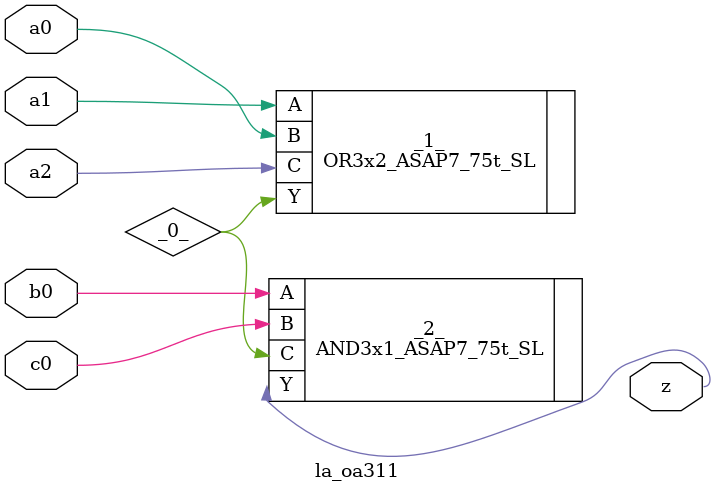
<source format=v>
/* Generated by Yosys 0.37 (git sha1 a5c7f69ed, clang 14.0.0-1ubuntu1.1 -fPIC -Os) */

module la_oa311(a0, a1, a2, b0, c0, z);
  wire _0_;
  input a0;
  wire a0;
  input a1;
  wire a1;
  input a2;
  wire a2;
  input b0;
  wire b0;
  input c0;
  wire c0;
  output z;
  wire z;
  OR3x2_ASAP7_75t_SL _1_ (
    .A(a1),
    .B(a0),
    .C(a2),
    .Y(_0_)
  );
  AND3x1_ASAP7_75t_SL _2_ (
    .A(b0),
    .B(c0),
    .C(_0_),
    .Y(z)
  );
endmodule

</source>
